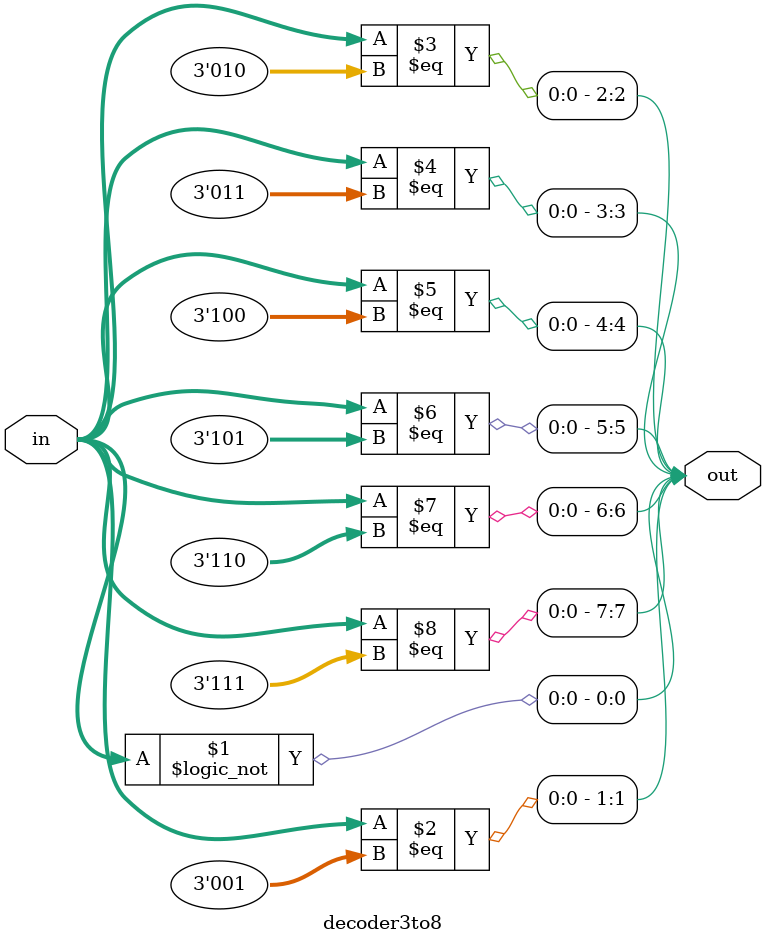
<source format=v>
module  decoder3to8( 
    input [2:0] in,  //in[2]最高位 ， in[0]最低位
    output [7:0] out
);
//括号内部是模块的所有输入和输出信号

assign out[0] = (in == 3'd0);
assign out[1] = (in == 3'd1);
assign out[2] = (in == 3'd2);
assign out[3] = (in == 3'd3);
assign out[4] = (in == 3'd4);
assign out[5] = (in == 3'd5);
assign out[6] = (in == 3'd6);
assign out[7] = (in == 3'd7);
endmodule
</source>
